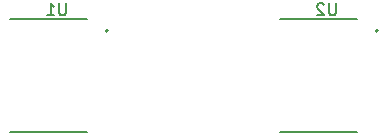
<source format=gbr>
%TF.GenerationSoftware,KiCad,Pcbnew,7.0.9-7.0.9~ubuntu20.04.1*%
%TF.CreationDate,2023-12-28T23:11:07+09:00*%
%TF.ProjectId,diy_oled_3d_controller,6469795f-6f6c-4656-945f-33645f636f6e,rev?*%
%TF.SameCoordinates,Original*%
%TF.FileFunction,Legend,Bot*%
%TF.FilePolarity,Positive*%
%FSLAX46Y46*%
G04 Gerber Fmt 4.6, Leading zero omitted, Abs format (unit mm)*
G04 Created by KiCad (PCBNEW 7.0.9-7.0.9~ubuntu20.04.1) date 2023-12-28 23:11:07*
%MOMM*%
%LPD*%
G01*
G04 APERTURE LIST*
%ADD10C,0.150000*%
%ADD11C,0.127000*%
%ADD12C,0.200000*%
%ADD13R,1.800000X1.800000*%
%ADD14C,1.800000*%
%ADD15C,1.600000*%
%ADD16C,2.082800*%
%ADD17R,1.220000X1.220000*%
%ADD18C,1.220000*%
G04 APERTURE END LIST*
D10*
X122101904Y-95480319D02*
X122101904Y-96289842D01*
X122101904Y-96289842D02*
X122054285Y-96385080D01*
X122054285Y-96385080D02*
X122006666Y-96432700D01*
X122006666Y-96432700D02*
X121911428Y-96480319D01*
X121911428Y-96480319D02*
X121720952Y-96480319D01*
X121720952Y-96480319D02*
X121625714Y-96432700D01*
X121625714Y-96432700D02*
X121578095Y-96385080D01*
X121578095Y-96385080D02*
X121530476Y-96289842D01*
X121530476Y-96289842D02*
X121530476Y-95480319D01*
X121101904Y-95575557D02*
X121054285Y-95527938D01*
X121054285Y-95527938D02*
X120959047Y-95480319D01*
X120959047Y-95480319D02*
X120720952Y-95480319D01*
X120720952Y-95480319D02*
X120625714Y-95527938D01*
X120625714Y-95527938D02*
X120578095Y-95575557D01*
X120578095Y-95575557D02*
X120530476Y-95670795D01*
X120530476Y-95670795D02*
X120530476Y-95766033D01*
X120530476Y-95766033D02*
X120578095Y-95908890D01*
X120578095Y-95908890D02*
X121149523Y-96480319D01*
X121149523Y-96480319D02*
X120530476Y-96480319D01*
X99241904Y-95480319D02*
X99241904Y-96289842D01*
X99241904Y-96289842D02*
X99194285Y-96385080D01*
X99194285Y-96385080D02*
X99146666Y-96432700D01*
X99146666Y-96432700D02*
X99051428Y-96480319D01*
X99051428Y-96480319D02*
X98860952Y-96480319D01*
X98860952Y-96480319D02*
X98765714Y-96432700D01*
X98765714Y-96432700D02*
X98718095Y-96385080D01*
X98718095Y-96385080D02*
X98670476Y-96289842D01*
X98670476Y-96289842D02*
X98670476Y-95480319D01*
X97670476Y-96480319D02*
X98241904Y-96480319D01*
X97956190Y-96480319D02*
X97956190Y-95480319D01*
X97956190Y-95480319D02*
X98051428Y-95623176D01*
X98051428Y-95623176D02*
X98146666Y-95718414D01*
X98146666Y-95718414D02*
X98241904Y-95766033D01*
D11*
%TO.C,U2*%
X123905000Y-106362500D02*
X117385000Y-106362500D01*
X123905000Y-96837500D02*
X117385000Y-96837500D01*
D12*
X125670000Y-97790000D02*
G75*
G03*
X125670000Y-97790000I-100000J0D01*
G01*
D11*
%TO.C,U1*%
X101045000Y-106362500D02*
X94525000Y-106362500D01*
X101045000Y-96837500D02*
X94525000Y-96837500D01*
D12*
X102810000Y-97790000D02*
G75*
G03*
X102810000Y-97790000I-100000J0D01*
G01*
%TD*%
%LPC*%
D13*
%TO.C,D6*%
X105410000Y-92715000D03*
D14*
X105410000Y-90175000D03*
%TD*%
D13*
%TO.C,D8*%
X121920000Y-92715000D03*
D14*
X121920000Y-90175000D03*
%TD*%
D13*
%TO.C,D1*%
X97155000Y-84455000D03*
D14*
X97155000Y-81915000D03*
%TD*%
D13*
%TO.C,D5*%
X97155000Y-92710000D03*
D14*
X97155000Y-90170000D03*
%TD*%
D13*
%TO.C,D4*%
X121920000Y-84460000D03*
D14*
X121920000Y-81920000D03*
%TD*%
D15*
%TO.C,C1*%
X96500000Y-73660000D03*
X94000000Y-73660000D03*
%TD*%
D13*
%TO.C,D7*%
X113665000Y-92715000D03*
D14*
X113665000Y-90175000D03*
%TD*%
D16*
%TO.C,B1*%
X96520000Y-67310000D03*
X99060000Y-67310000D03*
X101600000Y-67310000D03*
X104140000Y-67310000D03*
X106680000Y-67310000D03*
X109220000Y-67310000D03*
X111760000Y-67310000D03*
X114300000Y-67310000D03*
X116840000Y-67310000D03*
X119380000Y-67310000D03*
X121920000Y-67310000D03*
X124460000Y-67310000D03*
X124460000Y-52070000D03*
X121920000Y-52070000D03*
X119380000Y-52070000D03*
X116840000Y-52070000D03*
X114300000Y-52070000D03*
X111760000Y-52070000D03*
X109220000Y-52070000D03*
X106680000Y-52070000D03*
X104140000Y-52070000D03*
X101600000Y-52070000D03*
X99060000Y-52070000D03*
X96520000Y-52070000D03*
%TD*%
D13*
%TO.C,D2*%
X105410000Y-84455000D03*
D14*
X105410000Y-81915000D03*
%TD*%
D13*
%TO.C,D3*%
X113665000Y-84455000D03*
D14*
X113665000Y-81915000D03*
%TD*%
D17*
%TO.C,U2*%
X124460000Y-97790000D03*
D18*
X124460000Y-100330000D03*
X124460000Y-102870000D03*
X124460000Y-105410000D03*
X116830000Y-105410000D03*
X116830000Y-102870000D03*
X116830000Y-100330000D03*
X116830000Y-97790000D03*
%TD*%
D17*
%TO.C,U1*%
X101600000Y-97790000D03*
D18*
X101600000Y-100330000D03*
X101600000Y-102870000D03*
X101600000Y-105410000D03*
X93970000Y-105410000D03*
X93970000Y-102870000D03*
X93970000Y-100330000D03*
X93970000Y-97790000D03*
%TD*%
%LPD*%
M02*

</source>
